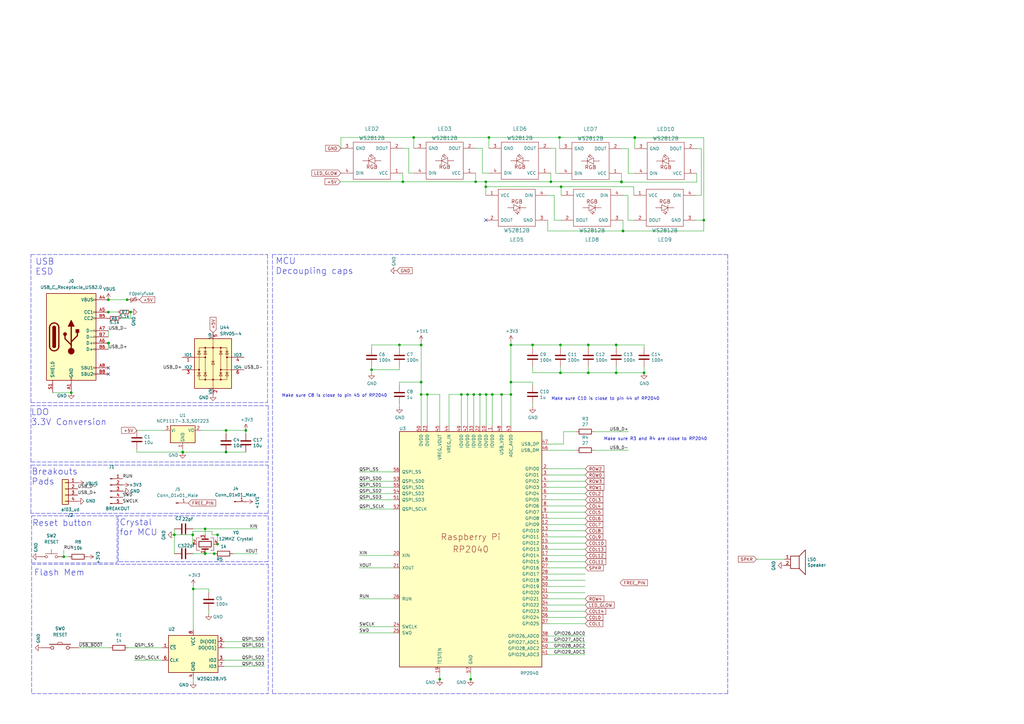
<source format=kicad_sch>
(kicad_sch (version 20211123) (generator eeschema)
  (paper "A3")
  (title_block (title "Rp2040 __template__") (date "2020-12-18") (rev "REV 0.1") (company "scattered_lenity.space"))
  (lib_symbols
    (symbol "Connector:Conn_01x01_Male" (pin_names (offset 1.016) hide)
      (property "Reference" "J" (at 0 2.54 0))
      (property "Value" "Conn_01x01_Male" (at 0 -2.54 0))
      (symbol "Conn_01x01_Male_1_1"
        (pin passive line (at 5.08 0 180) (length 3.81) (name "Pin_1") (number "1"))
      )
    )
    (symbol "Connector:Conn_01x05_Male" (pin_names (offset 1.016) hide)
      (property "Reference" "J" (at 0 7.62 0))
      (property "Value" "Conn_01x05_Male" (at 0 -7.62 0))
      (symbol "Conn_01x05_Male_1_1"
        (pin passive line (at 5.08 5.08 180) (length 3.81) (name "Pin_1") (number "1"))
        (pin passive line (at 5.08 2.54 180) (length 3.81) (name "Pin_2") (number "2"))
        (pin passive line (at 5.08 0 180) (length 3.81) (name "Pin_3") (number "3"))
        (pin passive line (at 5.08 -2.54 180) (length 3.81) (name "Pin_4") (number "4"))
        (pin passive line (at 5.08 -5.08 180) (length 3.81) (name "Pin_5") (number "5"))
      )
    )
    (symbol "Connector:USB_C_Receptacle_USB2.0" (pin_names (offset 1.016))
      (property "Reference" "J" (at -10.16 19.05 0))
      (property "Value" "USB_C_Receptacle_USB2.0" (at 19.05 19.05 0))
      (symbol "USB_C_Receptacle_USB2.0_1_1"
        (pin passive line (at 0 -22.86 90) (length 5.08) (name "GND") (number "A1"))
        (pin passive line (at 0 -22.86 90) (length 5.08) hide (name "GND") (number "A12"))
        (pin passive line (at 15.24 15.24 180) (length 5.08) (name "VBUS") (number "A4"))
        (pin bidirectional line (at 15.24 10.16 180) (length 5.08) (name "CC1") (number "A5"))
        (pin bidirectional line (at 15.24 -2.54 180) (length 5.08) (name "D+") (number "A6"))
        (pin bidirectional line (at 15.24 2.54 180) (length 5.08) (name "D-") (number "A7"))
        (pin bidirectional line (at 15.24 -12.7 180) (length 5.08) (name "SBU1") (number "A8"))
        (pin passive line (at 15.24 15.24 180) (length 5.08) hide (name "VBUS") (number "A9"))
        (pin passive line (at 0 -22.86 90) (length 5.08) hide (name "GND") (number "B1"))
        (pin passive line (at 0 -22.86 90) (length 5.08) hide (name "GND") (number "B12"))
        (pin passive line (at 15.24 15.24 180) (length 5.08) hide (name "VBUS") (number "B4"))
        (pin bidirectional line (at 15.24 7.62 180) (length 5.08) (name "CC2") (number "B5"))
        (pin bidirectional line (at 15.24 -5.08 180) (length 5.08) (name "D+") (number "B6"))
        (pin bidirectional line (at 15.24 0 180) (length 5.08) (name "D-") (number "B7"))
        (pin bidirectional line (at 15.24 -15.24 180) (length 5.08) (name "SBU2") (number "B8"))
        (pin passive line (at 15.24 15.24 180) (length 5.08) hide (name "VBUS") (number "B9"))
        (pin passive line (at -7.62 -22.86 90) (length 5.08) (name "SHIELD") (number "S1"))
      )
    )
    (symbol "Connector_Generic:Conn_01x04" (pin_names hide)
      (property "Reference" "J" (at 0 5.08 0))
      (property "Value" "Conn_01x04" (at 0 -7.62 0))
      (symbol "Conn_01x04_1_1"
        (pin passive line (at -5.08 2.54 0) (length 3.81) (name "Pin_1") (number "1"))
        (pin passive line (at -5.08 0 0) (length 3.81) (name "Pin_2") (number "2"))
        (pin passive line (at -5.08 -2.54 0) (length 3.81) (name "Pin_3") (number "3"))
        (pin passive line (at -5.08 -5.08 0) (length 3.81) (name "Pin_4") (number "4"))
      )
    )
    (symbol "Device:C" (pin_numbers hide) (pin_names (offset 0.254))
      (property "Reference" "C" (at 0.635 2.54 0))
      (property "Value" "C" (at 0.635 -2.54 0))
      (symbol "C_1_1"
        (pin passive line (at 0 3.81 270) (length 2.794) (name "~") (number "1"))
        (pin passive line (at 0 -3.81 90) (length 2.794) (name "~") (number "2"))
      )
    )
    (symbol "Device:Crystal_GND24" (pin_names (offset 1.016) hide)
      (property "Reference" "Y" (at 3.175 5.08 0))
      (property "Value" "Crystal_GND24" (at 3.175 3.175 0))
      (symbol "Crystal_GND24_1_1"
        (pin passive line (at -3.81 0 0) (length 1.27) (name "1") (number "1"))
        (pin passive line (at 0 5.08 270) (length 1.27) (name "2") (number "2"))
        (pin passive line (at 3.81 0 180) (length 1.27) (name "3") (number "3"))
        (pin passive line (at 0 -5.08 90) (length 1.27) (name "4") (number "4"))
      )
    )
    (symbol "Device:Polyfuse_Small" (pin_numbers hide) (pin_names (offset 0))
      (property "Reference" "F" (at -1.905 0 90))
      (property "Value" "Polyfuse_Small" (at 1.905 0 90))
      (symbol "Polyfuse_Small_1_1"
        (pin passive line (at 0 2.54 270) (length 0.635) (name "~") (number "1"))
        (pin passive line (at 0 -2.54 90) (length 0.635) (name "~") (number "2"))
      )
    )
    (symbol "Device:R" (pin_numbers hide) (pin_names (offset 0))
      (property "Reference" "R" (at 2.032 0 90))
      (property "Value" "R" (at 0 0 90))
      (symbol "R_1_1"
        (pin passive line (at 0 3.81 270) (length 1.27) (name "~") (number "1"))
        (pin passive line (at 0 -3.81 90) (length 1.27) (name "~") (number "2"))
      )
    )
    (symbol "Device:R_Small" (pin_numbers hide) (pin_names (offset 0.254) hide)
      (property "Reference" "R" (at 0.762 0.508 0))
      (property "Value" "R_Small" (at 0.762 -1.016 0))
      (symbol "R_Small_1_1"
        (pin passive line (at 0 2.54 270) (length 0.762) (name "~") (number "1"))
        (pin passive line (at 0 -2.54 90) (length 0.762) (name "~") (number "2"))
      )
    )
    (symbol "Device:Speaker" (pin_names (offset 0) hide)
      (property "Reference" "LS" (at 1.27 5.715 0))
      (property "Value" "Speaker" (at 1.27 3.81 0))
      (symbol "Speaker_1_1"
        (pin input line (at -5.08 0 0) (length 2.54) (name "1") (number "1"))
        (pin input line (at -5.08 -2.54 0) (length 2.54) (name "2") (number "2"))
      )
    )
    (symbol "MCU_RaspberryPi_RP2040:RP2040" (pin_names (offset 1.016))
      (property "Reference" "U" (at -29.21 49.53 0))
      (property "Value" "RP2040" (at 24.13 -49.53 0))
      (symbol "RP2040_0_0"
        (text "Raspberry Pi" (at 0 5.08 0) (effects (font (size 2.54 2.54))))
        (text "RP2040" (at 0 0 0) (effects (font (size 2.54 2.54))))
      )
      (symbol "RP2040_1_1"
        (pin power_in line (at 8.89 50.8 270) (length 2.54) (name "IOVDD") (number "1"))
        (pin power_in line (at 6.35 50.8 270) (length 2.54) (name "IOVDD") (number "10"))
        (pin bidirectional line (at 31.75 12.7 180) (length 2.54) (name "GPIO8") (number "11"))
        (pin bidirectional line (at 31.75 10.16 180) (length 2.54) (name "GPIO9") (number "12"))
        (pin bidirectional line (at 31.75 7.62 180) (length 2.54) (name "GPIO10") (number "13"))
        (pin bidirectional line (at 31.75 5.08 180) (length 2.54) (name "GPIO11") (number "14"))
        (pin bidirectional line (at 31.75 2.54 180) (length 2.54) (name "GPIO12") (number "15"))
        (pin bidirectional line (at 31.75 0 180) (length 2.54) (name "GPIO13") (number "16"))
        (pin bidirectional line (at 31.75 -2.54 180) (length 2.54) (name "GPIO14") (number "17"))
        (pin bidirectional line (at 31.75 -5.08 180) (length 2.54) (name "GPIO15") (number "18"))
        (pin passive line (at -12.7 -50.8 90) (length 2.54) (name "TESTEN") (number "19"))
        (pin bidirectional line (at 31.75 33.02 180) (length 2.54) (name "GPIO0") (number "2"))
        (pin input line (at -31.75 -2.54 0) (length 2.54) (name "XIN") (number "20"))
        (pin passive line (at -31.75 -7.62 0) (length 2.54) (name "XOUT") (number "21"))
        (pin power_in line (at 3.81 50.8 270) (length 2.54) (name "IOVDD") (number "22"))
        (pin power_in line (at -17.78 50.8 270) (length 2.54) (name "DVDD") (number "23"))
        (pin output line (at -31.75 -31.75 0) (length 2.54) (name "SWCLK") (number "24"))
        (pin bidirectional line (at -31.75 -34.29 0) (length 2.54) (name "SWD") (number "25"))
        (pin input line (at -31.75 -20.32 0) (length 2.54) (name "RUN") (number "26"))
        (pin bidirectional line (at 31.75 -7.62 180) (length 2.54) (name "GPIO16") (number "27"))
        (pin bidirectional line (at 31.75 -10.16 180) (length 2.54) (name "GPIO17") (number "28"))
        (pin bidirectional line (at 31.75 -12.7 180) (length 2.54) (name "GPIO18") (number "29"))
        (pin bidirectional line (at 31.75 30.48 180) (length 2.54) (name "GPIO1") (number "3"))
        (pin bidirectional line (at 31.75 -15.24 180) (length 2.54) (name "GPIO19") (number "30"))
        (pin bidirectional line (at 31.75 -17.78 180) (length 2.54) (name "GPIO20") (number "31"))
        (pin bidirectional line (at 31.75 -20.32 180) (length 2.54) (name "GPIO21") (number "32"))
        (pin power_in line (at 1.27 50.8 270) (length 2.54) (name "IOVDD") (number "33"))
        (pin bidirectional line (at 31.75 -22.86 180) (length 2.54) (name "GPIO22") (number "34"))
        (pin bidirectional line (at 31.75 -25.4 180) (length 2.54) (name "GPIO23") (number "35"))
        (pin bidirectional line (at 31.75 -27.94 180) (length 2.54) (name "GPIO24") (number "36"))
        (pin bidirectional line (at 31.75 -30.48 180) (length 2.54) (name "GPIO25") (number "37"))
        (pin bidirectional line (at 31.75 -35.56 180) (length 2.54) (name "GPIO26_ADC0") (number "38"))
        (pin bidirectional line (at 31.75 -38.1 180) (length 2.54) (name "GPIO27_ADC1") (number "39"))
        (pin bidirectional line (at 31.75 27.94 180) (length 2.54) (name "GPIO2") (number "4"))
        (pin bidirectional line (at 31.75 -40.64 180) (length 2.54) (name "GPIO28_ADC2") (number "40"))
        (pin bidirectional line (at 31.75 -43.18 180) (length 2.54) (name "GPIO29_ADC3") (number "41"))
        (pin power_in line (at -1.27 50.8 270) (length 2.54) (name "IOVDD") (number "42"))
        (pin power_in line (at 16.51 50.8 270) (length 2.54) (name "ADC_AVDD") (number "43"))
        (pin power_in line (at -8.89 50.8 270) (length 2.54) (name "VREG_IN") (number "44"))
        (pin power_out line (at -12.7 50.8 270) (length 2.54) (name "VREG_VOUT") (number "45"))
        (pin bidirectional line (at 31.75 40.64 180) (length 2.54) (name "USB_DM") (number "46"))
        (pin bidirectional line (at 31.75 43.18 180) (length 2.54) (name "USB_DP") (number "47"))
        (pin power_in line (at 12.7 50.8 270) (length 2.54) (name "USB_VDD") (number "48"))
        (pin power_in line (at -3.81 50.8 270) (length 2.54) (name "IOVDD") (number "49"))
        (pin bidirectional line (at 31.75 25.4 180) (length 2.54) (name "GPIO3") (number "5"))
        (pin power_in line (at -20.32 50.8 270) (length 2.54) (name "DVDD") (number "50"))
        (pin bidirectional line (at -31.75 20.32 0) (length 2.54) (name "QSPI_SD3") (number "51"))
        (pin output line (at -31.75 16.51 0) (length 2.54) (name "QSPI_SCLK") (number "52"))
        (pin bidirectional line (at -31.75 27.94 0) (length 2.54) (name "QSPI_SD0") (number "53"))
        (pin bidirectional line (at -31.75 22.86 0) (length 2.54) (name "QSPI_SD2") (number "54"))
        (pin bidirectional line (at -31.75 25.4 0) (length 2.54) (name "QSPI_SD1") (number "55"))
        (pin bidirectional line (at -31.75 31.75 0) (length 2.54) (name "QSPI_SS") (number "56"))
        (pin power_in line (at 0 -50.8 90) (length 2.54) (name "GND") (number "57"))
        (pin bidirectional line (at 31.75 22.86 180) (length 2.54) (name "GPIO4") (number "6"))
        (pin bidirectional line (at 31.75 20.32 180) (length 2.54) (name "GPIO5") (number "7"))
        (pin bidirectional line (at 31.75 17.78 180) (length 2.54) (name "GPIO6") (number "8"))
        (pin bidirectional line (at 31.75 15.24 180) (length 2.54) (name "GPIO7") (number "9"))
      )
    )
    (symbol "Memory_Flash:W25Q128JVS"
      (property "Reference" "U" (at -8.89 8.89 0))
      (property "Value" "W25Q128JVS" (at 7.62 8.89 0))
      (symbol "W25Q128JVS_1_1"
        (pin input line (at -12.7 2.54 0) (length 2.54) (name "~{CS}") (number "1"))
        (pin bidirectional line (at 12.7 2.54 180) (length 2.54) (name "DO(IO1)") (number "2"))
        (pin bidirectional line (at 12.7 -2.54 180) (length 2.54) (name "IO2") (number "3"))
        (pin power_in line (at 0 -10.16 90) (length 2.54) (name "GND") (number "4"))
        (pin bidirectional line (at 12.7 5.08 180) (length 2.54) (name "DI(IO0)") (number "5"))
        (pin input line (at -12.7 -2.54 0) (length 2.54) (name "CLK") (number "6"))
        (pin bidirectional line (at 12.7 -5.08 180) (length 2.54) (name "IO3") (number "7"))
        (pin power_in line (at 0 10.16 270) (length 2.54) (name "VCC") (number "8"))
      )
    )
    (symbol "Power:GND" (power) (pin_names (offset 0))
      (property "Value" "GND" (at 0 -3.81 0))
      (symbol "GND_1_1"
        (pin power_in line (at 0 0 270) (length 0) hide (name "GND") (number "1"))
      )
    )
    (symbol "Power:VBUS" (power) (pin_names (offset 0))
      (property "Value" "VBUS" (at 0 3.81 0))
      (symbol "VBUS_1_1"
        (pin power_in line (at 0 0 90) (length 0) hide (name "VBUS") (number "1"))
      )
    )
    (symbol "Power_Protection:SRV05-4" (pin_names (offset 0))
      (property "Reference" "U" (at -5.08 11.43 0))
      (property "Value" "SRV05-4" (at 2.54 11.43 0))
      (symbol "SRV05-4_1_1"
        (pin passive line (at -12.7 2.54 0) (length 5.08) (name "IO1") (number "1"))
        (pin passive line (at 0 -12.7 90) (length 2.54) (name "VN") (number "2"))
        (pin passive line (at -12.7 -2.54 0) (length 5.08) (name "IO2") (number "3"))
        (pin passive line (at 12.7 2.54 180) (length 5.08) (name "IO3") (number "4"))
        (pin passive line (at 0 12.7 270) (length 2.54) (name "VP") (number "5"))
        (pin passive line (at 12.7 -2.54 180) (length 5.08) (name "IO4") (number "6"))
      )
    )
    (symbol "Regulator_Linear:NCP1117-3.3_SOT223" (pin_names (offset 0.254))
      (property "Reference" "U" (at -3.81 3.175 0))
      (property "Value" "NCP1117-3.3_SOT223" (at 0 3.175 0))
      (symbol "NCP1117-3.3_SOT223_1_1"
        (pin power_in line (at 0 -7.62 90) (length 2.54) (name "GND") (number "1"))
        (pin power_out line (at 7.62 0 180) (length 2.54) (name "VO") (number "2"))
        (pin power_in line (at -7.62 0 0) (length 2.54) (name "VI") (number "3"))
      )
    )
    (symbol "Switch:SW_Push" (pin_numbers hide) (pin_names (offset 1.016) hide)
      (property "Reference" "SW" (at 1.27 2.54 0))
      (property "Value" "SW_Push" (at 0 -1.524 0))
      (symbol "SW_Push_0_1"
        (pin passive line (at -5.08 0 0) (length 2.54) (name "1") (number "1"))
        (pin passive line (at 5.08 0 180) (length 2.54) (name "2") (number "2"))
      )
    )
    (symbol "cipulot_parts:SW_PUSH" (pin_numbers hide) (pin_names (offset 1.016) hide)
      (property "Reference" "SW" (at 3.81 2.794 0))
      (property "Value" "SW_PUSH" (at 0 -2.032 0))
      (symbol "SW_PUSH_0_1"
        (pin passive inverted (at -7.62 0 0) (length 5.08) (name "1") (number "1"))
        (pin passive inverted (at 7.62 0 180) (length 5.08) (name "2") (number "2"))
      )
    )
    (symbol "cipulot_parts:WS2812B" (pin_names (offset 1.016))
      (property "Reference" "LED" (at 0 -10.16 0))
      (property "Value" "WS2812B" (at 0 10.16 0))
      (symbol "WS2812B_0_0"
        (text "RGB" (at 0 2.54 0) (effects (font (size 1.524 1.524))))
      )
      (symbol "WS2812B_1_1"
        (pin power_in line (at -12.7 5.08 0) (length 5.0038) (name "VCC") (number "1"))
        (pin output line (at -12.7 -5.08 0) (length 5.0038) (name "DOUT") (number "2"))
        (pin power_in line (at 12.7 -5.08 180) (length 5.0038) (name "GND") (number "3"))
        (pin input line (at 12.7 5.08 180) (length 5.0038) (name "DIN") (number "4"))
      )
    )
    (symbol "power:+1V1" (power) (pin_names (offset 0))
      (property "Value" "+1V1" (at 0 3.556 0))
      (symbol "+1V1_1_1"
        (pin power_in line (at 0 0 90) (length 0) hide (name "+1V1") (number "1"))
      )
    )
    (symbol "power:+3V3" (power) (pin_names (offset 0))
      (property "Value" "+3V3" (at 0 3.556 0))
      (symbol "+3V3_1_1"
        (pin power_in line (at 0 0 90) (length 0) hide (name "+3V3") (number "1"))
      )
    )
    (symbol "power:GND" (power) (pin_names (offset 0))
      (property "Value" "GND" (at 0 -3.81 0))
      (symbol "GND_1_1"
        (pin power_in line (at 0 0 270) (length 0) hide (name "GND") (number "1"))
      )
    )
    (symbol "power:VBUS" (power) (pin_names (offset 0))
      (property "Value" "VBUS" (at 0 3.81 0))
      (symbol "VBUS_1_1"
        (pin power_in line (at 0 0 90) (length 0) hide (name "VBUS") (number "1"))
      )
    )
  )
  (junction (at 209.55 156.718))
  (junction (at 44.45 122.936))
  (junction (at 241.3 152.908))
  (junction (at 189.23 161.798))
  (junction (at 200.533 56.388))
  (junction (at 191.77 161.798))
  (junction (at 44.45 140.716))
  (junction (at 92.71 185.42))
  (junction (at 29.21 161.036))
  (junction (at 100.838 176.53))
  (junction (at 288.671 90.297))
  (junction (at 199.263 76.581))
  (junction (at 79.248 241.554))
  (junction (at 194.31 161.798))
  (junction (at 71.5264 219.3544))
  (junction (at 84.1248 216.916))
  (junction (at 84.1248 226.9744))
  (junction (at 53.5432 127.9652))
  (junction (at 44.45 128.016))
  (junction (at 205.74 161.798))
  (junction (at 260.35 56.515))
  (junction (at 89.2048 223.1644))
  (junction (at 79.0448 219.3544))
  (junction (at 241.3 141.478))
  (junction (at 196.85 161.798))
  (junction (at 172.72 141.478))
  (junction (at 229.489 56.388))
  (junction (at 254.889 74.549))
  (junction (at 172.72 161.798))
  (junction (at 255.524 94.742))
  (junction (at 163.83 141.478))
  (junction (at 165.227 74.549))
  (junction (at 230.124 76.581))
  (junction (at 252.73 141.478))
  (junction (at 74.93 185.42))
  (junction (at 152.4 151.638))
  (junction (at 264.16 152.908))
  (junction (at 180.34 278.6126))
  (junction (at 193.04 278.6126))
  (junction (at 175.26 161.798))
  (junction (at 26.162 228.346))
  (junction (at 201.93 161.798))
  (junction (at 169.672 56.388))
  (junction (at 209.55 161.798))
  (junction (at 172.72 156.718))
  (junction (at 89.2302 219.3544))
  (junction (at 52.1462 122.9106))
  (junction (at 199.263 74.549))
  (junction (at 209.55 141.478))
  (junction (at 195.072 74.549))
  (junction (at 74.93 185.5216))
  (junction (at 44.5262 140.6906))
  (junction (at 84.1248 227.076))
  (junction (at 87.884 227.076))
  (junction (at 252.73 152.908))
  (junction (at 92.71 176.53))
  (junction (at 218.44 141.478))
  (junction (at 229.87 152.908))
  (junction (at 199.39 161.798))
  (junction (at 254.889 74.676))
  (junction (at 225.933 74.549))
  (junction (at 260.35 56.388))
  (junction (at 229.87 141.478))
  (no_connect (at 44.45 153.416))
  (no_connect (at 199.263 90.297))
  (no_connect (at 44.45 150.876))
  (wire (pts (xy 161.29 257.048) (xy 147.32 257.048)))
  (wire (pts (xy 79.1464 227.076) (xy 84.1248 227.076)))
  (wire (pts (xy 147.32 202.438) (xy 161.29 202.438)))
  (wire (pts (xy 224.79 220.218) (xy 240.03 220.218)))
  (wire (pts (xy 224.79 199.898) (xy 240.03 199.898)))
  (wire (pts (xy 201.93 161.798) (xy 205.74 161.798)))
  (wire (pts (xy 287.655 80.137) (xy 287.655 60.96)))
  (wire (pts (xy 52.1462 122.936) (xy 52.1462 122.9106)))
  (wire (pts (xy 229.87 142.748) (xy 229.87 141.478)))
  (polyline (pts (xy 12.7 189.484) (xy 12.7 166.37)))
  (wire (pts (xy 85.598 241.554) (xy 79.248 241.554)))
  (wire (pts (xy 224.79 194.818) (xy 240.03 194.818)))
  (wire (pts (xy 82.55 176.53) (xy 92.71 176.53)))
  (wire (pts (xy 180.34 161.798) (xy 175.26 161.798)))
  (wire (pts (xy 147.32 197.358) (xy 161.29 197.358)))
  (wire (pts (xy 91.948 270.764) (xy 108.458 270.764)))
  (wire (pts (xy 147.32 199.898) (xy 161.29 199.898)))
  (wire (pts (xy 44.45 122.936) (xy 52.1462 122.936)))
  (polyline (pts (xy 12.7 210.566) (xy 12.7 190.754)))
  (wire (pts (xy 225.933 74.549) (xy 254.889 74.549)))
  (wire (pts (xy 224.663 94.742) (xy 255.524 94.742)))
  (wire (pts (xy 79.248 240.284) (xy 79.248 241.554)))
  (wire (pts (xy 199.39 174.498) (xy 199.39 161.798)))
  (wire (pts (xy 74.93 185.42) (xy 74.93 185.5216)))
  (wire (pts (xy 257.556 90.297) (xy 257.556 80.137)))
  (wire (pts (xy 196.85 161.798) (xy 199.39 161.798)))
  (wire (pts (xy 86.9442 217.932) (xy 79.0448 217.932)))
  (wire (pts (xy 163.83 157.988) (xy 163.83 156.718)))
  (polyline (pts (xy 111.76 104.394) (xy 111.76 284.48)))
  (polyline (pts (xy 48.514 230.378) (xy 48.514 211.582)))
  (polyline (pts (xy 12.954 230.886) (xy 48.006 230.886)))
  (wire (pts (xy 53.5686 127.9652) (xy 53.5432 127.9652)))
  (wire (pts (xy 172.72 140.208) (xy 172.72 141.478)))
  (wire (pts (xy 180.34 276.098) (xy 180.34 278.6126)))
  (wire (pts (xy 230.124 80.137) (xy 230.124 76.581)))
  (wire (pts (xy 224.79 222.758) (xy 240.03 222.758)))
  (wire (pts (xy 165.227 60.833) (xy 167.64 60.833)))
  (wire (pts (xy 288.671 90.297) (xy 288.671 94.742)))
  (wire (pts (xy 288.671 94.742) (xy 255.524 94.742)))
  (wire (pts (xy 200.533 56.388) (xy 169.672 56.388)))
  (wire (pts (xy 218.44 150.368) (xy 218.44 152.908)))
  (wire (pts (xy 100.838 177.8) (xy 100.838 176.53)))
  (polyline (pts (xy 12.954 283.972) (xy 12.954 231.394)))
  (wire (pts (xy 224.79 260.858) (xy 240.03 260.858)))
  (wire (pts (xy 227.33 80.137) (xy 227.33 90.297)))
  (wire (pts (xy 71.5264 216.916) (xy 71.5264 219.3544)))
  (wire (pts (xy 175.26 174.498) (xy 175.26 161.798)))
  (wire (pts (xy 229.489 56.388) (xy 260.35 56.388)))
  (wire (pts (xy 26.162 228.346) (xy 28.194 228.346)))
  (wire (pts (xy 224.79 268.478) (xy 240.03 268.478)))
  (wire (pts (xy 224.79 212.598) (xy 240.03 212.598)))
  (wire (pts (xy 44.45 127.9652) (xy 44.45 128.016)))
  (wire (pts (xy 209.55 156.718) (xy 218.44 156.718)))
  (wire (pts (xy 257.556 80.137) (xy 255.524 80.137)))
  (wire (pts (xy 89.2048 223.1644) (xy 89.2302 223.1644)))
  (wire (pts (xy 260.35 56.388) (xy 260.35 56.515)))
  (polyline (pts (xy 12.7 165.1) (xy 12.7 104.394)))
  (wire (pts (xy 44.958 265.684) (xy 32.258 265.684)))
  (wire (pts (xy 209.55 140.208) (xy 209.55 141.478)))
  (wire (pts (xy 199.263 76.581) (xy 230.124 76.581)))
  (wire (pts (xy 264.16 150.368) (xy 264.16 152.908)))
  (wire (pts (xy 255.524 90.297) (xy 255.524 94.742)))
  (wire (pts (xy 285.369 90.297) (xy 288.671 90.297)))
  (wire (pts (xy 44.45 140.716) (xy 44.45 143.256)))
  (wire (pts (xy 139.827 56.388) (xy 169.672 56.388)))
  (wire (pts (xy 193.04 276.098) (xy 193.04 278.6126)))
  (wire (pts (xy 224.79 182.118) (xy 231.14 182.118)))
  (polyline (pts (xy 109.982 231.394) (xy 109.982 284.48)))
  (wire (pts (xy 224.79 207.518) (xy 240.03 207.518)))
  (wire (pts (xy 229.489 60.96) (xy 229.489 56.388)))
  (wire (pts (xy 167.64 60.833) (xy 167.64 70.993)))
  (wire (pts (xy 218.44 141.478) (xy 229.87 141.478)))
  (wire (pts (xy 199.263 74.549) (xy 199.263 76.581)))
  (wire (pts (xy 224.79 243.078) (xy 240.03 243.078)))
  (wire (pts (xy 89.2302 219.3544) (xy 86.9442 219.3544)))
  (wire (pts (xy 224.79 210.058) (xy 240.03 210.058)))
  (wire (pts (xy 224.79 263.398) (xy 240.03 263.398)))
  (wire (pts (xy 56.134 185.42) (xy 74.93 185.42)))
  (polyline (pts (xy 12.954 284.48) (xy 109.982 284.48)))
  (wire (pts (xy 254.889 60.96) (xy 257.683 60.96)))
  (wire (pts (xy 56.134 176.53) (xy 67.31 176.53)))
  (wire (pts (xy 26.162 225.552) (xy 26.162 228.346)))
  (wire (pts (xy 91.948 265.684) (xy 108.458 265.684)))
  (wire (pts (xy 259.969 76.581) (xy 259.969 80.137)))
  (wire (pts (xy 224.79 184.658) (xy 236.22 184.658)))
  (wire (pts (xy 224.79 265.938) (xy 240.03 265.938)))
  (wire (pts (xy 209.55 161.798) (xy 209.55 174.498)))
  (polyline (pts (xy 109.982 211.582) (xy 109.982 230.378)))
  (wire (pts (xy 87.884 226.9744) (xy 87.884 227.076)))
  (wire (pts (xy 195.072 60.833) (xy 197.866 60.833)))
  (wire (pts (xy 86.9442 219.3544) (xy 86.9442 217.932)))
  (polyline (pts (xy 12.7 166.37) (xy 109.982 166.37)))
  (wire (pts (xy 79.0448 223.1644) (xy 79.0448 219.3544)))
  (wire (pts (xy 85.598 250.444) (xy 85.598 251.714)))
  (wire (pts (xy 84.1248 216.916) (xy 105.664 216.916)))
  (wire (pts (xy 49.53 130.556) (xy 53.5686 130.556)))
  (wire (pts (xy 195.072 74.549) (xy 165.227 74.549)))
  (wire (pts (xy 180.34 174.498) (xy 180.34 161.798)))
  (wire (pts (xy 264.16 142.748) (xy 264.16 141.478)))
  (wire (pts (xy 224.79 232.918) (xy 240.03 232.918)))
  (wire (pts (xy 229.87 150.368) (xy 229.87 152.908)))
  (wire (pts (xy 79.248 241.554) (xy 79.248 258.064)))
  (wire (pts (xy 169.672 60.833) (xy 169.672 56.388)))
  (wire (pts (xy 163.83 141.478) (xy 172.72 141.478)))
  (wire (pts (xy 152.4 141.478) (xy 163.83 141.478)))
  (wire (pts (xy 241.3 152.908) (xy 229.87 152.908)))
  (wire (pts (xy 224.79 240.538) (xy 240.03 240.538)))
  (polyline (pts (xy 109.728 104.394) (xy 109.728 165.1)))
  (polyline (pts (xy 12.7 165.1) (xy 109.728 165.1)))
  (wire (pts (xy 310.261 229.362) (xy 321.691 229.362)))
  (wire (pts (xy 229.87 141.478) (xy 241.3 141.478)))
  (wire (pts (xy 254.889 74.549) (xy 254.889 74.676)))
  (wire (pts (xy 172.72 161.798) (xy 172.72 174.498)))
  (wire (pts (xy 189.23 174.498) (xy 189.23 161.798)))
  (wire (pts (xy 89.2556 219.3544) (xy 89.2302 219.3544)))
  (wire (pts (xy 224.79 248.158) (xy 240.03 248.158)))
  (wire (pts (xy 201.93 161.798) (xy 201.93 174.498)))
  (wire (pts (xy 85.598 242.824) (xy 85.598 241.554)))
  (polyline (pts (xy 109.982 210.566) (xy 12.7 210.566)))
  (wire (pts (xy 260.35 56.515) (xy 288.671 56.515)))
  (polyline (pts (xy 12.954 230.886) (xy 12.954 211.582)))
  (polyline (pts (xy 12.7 190.754) (xy 109.982 190.754)))
  (wire (pts (xy 161.29 259.588) (xy 147.32 259.588)))
  (wire (pts (xy 74.93 184.15) (xy 74.93 185.42)))
  (wire (pts (xy 191.77 161.798) (xy 194.31 161.798)))
  (wire (pts (xy 193.04 278.6126) (xy 193.04 278.638)))
  (wire (pts (xy 224.79 202.438) (xy 240.03 202.438)))
  (wire (pts (xy 21.59 161.036) (xy 29.21 161.036)))
  (polyline (pts (xy 109.982 230.378) (xy 48.514 230.378)))
  (wire (pts (xy 95.504 227.076) (xy 105.664 227.076)))
  (wire (pts (xy 100.838 176.53) (xy 92.71 176.53)))
  (wire (pts (xy 227.965 60.833) (xy 227.965 71.12)))
  (polyline (pts (xy 12.954 211.582) (xy 48.006 211.582)))
  (wire (pts (xy 224.79 197.358) (xy 240.03 197.358)))
  (wire (pts (xy 225.933 60.833) (xy 227.965 60.833)))
  (wire (pts (xy 55.118 270.764) (xy 66.548 270.764)))
  (wire (pts (xy 218.44 142.748) (xy 218.44 141.478)))
  (wire (pts (xy 224.79 204.978) (xy 240.03 204.978)))
  (wire (pts (xy 197.866 70.993) (xy 197.866 60.833)))
  (polyline (pts (xy 12.954 231.394) (xy 109.982 231.394)))
  (wire (pts (xy 163.83 151.638) (xy 163.83 150.368)))
  (wire (pts (xy 218.44 157.988) (xy 218.44 156.718)))
  (wire (pts (xy 231.14 177.038) (xy 231.14 182.118)))
  (polyline (pts (xy 12.7 104.394) (xy 109.728 104.394)))
  (wire (pts (xy 241.3 150.368) (xy 241.3 152.908)))
  (polyline (pts (xy 109.982 190.754) (xy 109.982 210.566)))
  (wire (pts (xy 224.663 90.297) (xy 224.663 94.742)))
  (wire (pts (xy 74.93 185.42) (xy 92.71 185.42)))
  (wire (pts (xy 44.45 135.636) (xy 44.45 138.176)))
  (polyline (pts (xy 111.76 284.48) (xy 298.45 284.48)))
  (wire (pts (xy 252.73 141.478) (xy 264.16 141.478)))
  (wire (pts (xy 194.31 161.798) (xy 196.85 161.798)))
  (wire (pts (xy 224.79 253.238) (xy 240.03 253.238)))
  (wire (pts (xy 71.5264 219.3544) (xy 79.0448 219.3544)))
  (wire (pts (xy 139.827 60.833) (xy 139.827 56.388)))
  (wire (pts (xy 285.369 80.137) (xy 287.655 80.137)))
  (wire (pts (xy 44.5262 140.6906) (xy 44.45 140.6906)))
  (wire (pts (xy 200.533 70.993) (xy 197.866 70.993)))
  (wire (pts (xy 259.969 90.297) (xy 257.556 90.297)))
  (wire (pts (xy 209.55 156.718) (xy 209.55 161.798)))
  (wire (pts (xy 241.3 141.478) (xy 252.73 141.478)))
  (wire (pts (xy 257.683 71.12) (xy 257.683 60.96)))
  (wire (pts (xy 161.29 232.918) (xy 147.32 232.918)))
  (wire (pts (xy 167.64 70.993) (xy 169.672 70.993)))
  (wire (pts (xy 152.4 151.638) (xy 163.83 151.638)))
  (wire (pts (xy 89.2302 219.3544) (xy 89.2302 223.1644)))
  (wire (pts (xy 92.71 185.42) (xy 100.838 185.42)))
  (wire (pts (xy 52.578 265.684) (xy 66.548 265.684)))
  (wire (pts (xy 252.73 142.748) (xy 252.73 141.478)))
  (wire (pts (xy 84.1248 227.076) (xy 84.1248 226.9744)))
  (wire (pts (xy 260.35 60.96) (xy 260.35 56.515)))
  (wire (pts (xy 241.3 142.748) (xy 241.3 141.478)))
  (wire (pts (xy 225.933 70.993) (xy 225.933 74.549)))
  (wire (pts (xy 254.889 71.12) (xy 254.889 74.549)))
  (wire (pts (xy 224.79 237.998) (xy 240.03 237.998)))
  (wire (pts (xy 285.75 60.96) (xy 287.655 60.96)))
  (wire (pts (xy 264.16 152.908) (xy 252.73 152.908)))
  (polyline (pts (xy 48.006 211.582) (xy 48.006 230.886)))
  (wire (pts (xy 243.84 177.038) (xy 257.81 177.038)))
  (wire (pts (xy 48.4632 127.9652) (xy 44.45 127.9652)))
  (wire (pts (xy 191.77 174.498) (xy 191.77 161.798)))
  (wire (pts (xy 285.75 74.676) (xy 254.889 74.676)))
  (wire (pts (xy 92.71 177.8) (xy 92.71 176.53)))
  (polyline (pts (xy 298.45 284.48) (xy 298.45 104.394)))
  (wire (pts (xy 71.5264 219.3544) (xy 71.5264 227.076)))
  (wire (pts (xy 152.4 142.748) (xy 152.4 141.478)))
  (wire (pts (xy 205.74 174.498) (xy 205.74 161.798)))
  (wire (pts (xy 230.124 90.297) (xy 227.33 90.297)))
  (wire (pts (xy 172.72 156.718) (xy 172.72 161.798)))
  (wire (pts (xy 224.79 255.778) (xy 240.03 255.778)))
  (wire (pts (xy 285.75 71.12) (xy 285.75 74.676)))
  (wire (pts (xy 91.948 273.304) (xy 108.458 273.304)))
  (wire (pts (xy 152.4 150.368) (xy 152.4 151.638)))
  (wire (pts (xy 79.248 278.384) (xy 79.248 279.654)))
  (wire (pts (xy 161.29 245.618) (xy 147.32 245.618)))
  (wire (pts (xy 184.15 174.498) (xy 184.15 161.798)))
  (wire (pts (xy 79.0448 217.932) (xy 79.0448 219.3544)))
  (wire (pts (xy 139.573 74.549) (xy 165.227 74.549)))
  (wire (pts (xy 180.34 278.6126) (xy 180.34 278.638)))
  (wire (pts (xy 224.79 227.838) (xy 240.03 227.838)))
  (wire (pts (xy 224.79 215.138) (xy 240.03 215.138)))
  (wire (pts (xy 288.671 90.297) (xy 288.671 56.515)))
  (wire (pts (xy 200.533 60.833) (xy 200.533 56.388)))
  (wire (pts (xy 230.124 76.581) (xy 259.969 76.581)))
  (wire (pts (xy 224.79 235.458) (xy 240.03 235.458)))
  (wire (pts (xy 196.85 174.498) (xy 196.85 161.798)))
  (wire (pts (xy 194.31 174.498) (xy 194.31 161.798)))
  (polyline (pts (xy 109.982 166.37) (xy 109.982 189.484)))
  (wire (pts (xy 84.1248 226.9744) (xy 87.884 226.9744)))
  (wire (pts (xy 165.227 70.993) (xy 165.227 74.549)))
  (polyline (pts (xy 48.514 211.582) (xy 109.982 211.582)))
  (wire (pts (xy 260.35 71.12) (xy 257.683 71.12)))
  (wire (pts (xy 44.45 140.6906) (xy 44.45 140.716)))
  (wire (pts (xy 209.55 141.478) (xy 209.55 156.718)))
  (wire (pts (xy 184.15 161.798) (xy 189.23 161.798)))
  (polyline (pts (xy 298.45 104.394) (xy 111.76 104.394)))
  (wire (pts (xy 225.933 74.549) (xy 199.263 74.549)))
  (wire (pts (xy 224.79 225.298) (xy 240.03 225.298)))
  (wire (pts (xy 224.79 217.678) (xy 240.03 217.678)))
  (wire (pts (xy 163.83 165.608) (xy 163.83 166.878)))
  (wire (pts (xy 163.83 142.748) (xy 163.83 141.478)))
  (wire (pts (xy 53.5686 130.556) (xy 53.5686 127.9652)))
  (wire (pts (xy 195.072 70.993) (xy 195.072 74.549)))
  (wire (pts (xy 56.134 184.15) (xy 56.134 185.42)))
  (wire (pts (xy 224.663 80.137) (xy 227.33 80.137)))
  (wire (pts (xy 252.73 150.368) (xy 252.73 152.908)))
  (wire (pts (xy 227.965 71.12) (xy 229.489 71.12)))
  (wire (pts (xy 147.32 204.978) (xy 161.29 204.978)))
  (wire (pts (xy 199.263 80.137) (xy 199.263 76.581)))
  (wire (pts (xy 224.79 250.698) (xy 240.03 250.698)))
  (wire (pts (xy 224.79 245.618) (xy 240.03 245.618)))
  (wire (pts (xy 205.74 161.798) (xy 209.55 161.798)))
  (wire (pts (xy 152.4 151.638) (xy 152.4 152.908)))
  (wire (pts (xy 199.263 74.549) (xy 195.072 74.549)))
  (wire (pts (xy 252.73 152.908) (xy 241.3 152.908)))
  (wire (pts (xy 84.1248 216.916) (xy 84.1248 219.3544)))
  (wire (pts (xy 224.79 192.278) (xy 240.03 192.278)))
  (polyline (pts (xy 12.7 189.484) (xy 109.982 189.484)))
  (wire (pts (xy 209.55 141.478) (xy 218.44 141.478)))
  (wire (pts (xy 79.1464 216.916) (xy 84.1248 216.916)))
  (wire (pts (xy 163.83 156.718) (xy 172.72 156.718)))
  (wire (pts (xy 161.29 193.548) (xy 147.32 193.548)))
  (wire (pts (xy 147.32 227.838) (xy 161.29 227.838)))
  (wire (pts (xy 199.39 161.798) (xy 201.93 161.798)))
  (wire (pts (xy 172.72 141.478) (xy 172.72 156.718)))
  (wire (pts (xy 229.87 152.908) (xy 218.44 152.908)))
  (wire (pts (xy 91.948 263.144) (xy 108.458 263.144)))
  (wire (pts (xy 161.29 208.788) (xy 147.32 208.788)))
  (wire (pts (xy 189.23 161.798) (xy 191.77 161.798)))
  (wire (pts (xy 224.79 230.378) (xy 240.03 230.378)))
  (wire (pts (xy 231.14 177.038) (xy 236.22 177.038)))
  (wire (pts (xy 218.44 165.608) (xy 218.44 166.878)))
  (wire (pts (xy 200.533 56.388) (xy 229.489 56.388)))
  (wire (pts (xy 243.84 184.658) (xy 257.81 184.658)))
  (wire (pts (xy 175.26 161.798) (xy 172.72 161.798)))
  (text "USB\nESD" (at 14.478 113.03 0) (effects (font (size 2.54 2.54)) (justify left bottom)))
  (text "Make sure C8 is close to pin 45 of RP2040" (at 115.57 163.068 0) (effects (font (size 1.27 1.27)) (justify left bottom)))
  (text "Breakouts\nPads\n" (at 12.954 199.136 0) (effects (font (size 2.54 2.54)) (justify left bottom)))
  (text "Make sure R3 and R4 are close to RP2040" (at 247.65 180.848 0) (effects (font (size 1.27 1.27)) (justify left bottom)))
  (text "Crystal\nfor MCU" (at 49.022 219.964 0) (effects (font (size 2.54 2.54)) (justify left bottom)))
  (text "Flash Mem " (at 13.97 236.474 0) (effects (font (size 2.54 2.54)) (justify left bottom)))
  (text "MCU\nDecoupling caps " (at 113.03 112.776 0) (effects (font (size 2.54 2.54)) (justify left bottom)))
  (text "Make sure C10 is close to pin 44 of RP2040" (at 226.06 164.338 0) (effects (font (size 1.27 1.27)) (justify left bottom)))
  (text "Reset button\n" (at 13.208 216.154 0) (effects (font (size 2.54 2.54)) (justify left bottom)))
  (text "LDO\n3.3V Conversion\n" (at 12.7 174.752 0) (effects (font (size 2.54 2.54)) (justify left bottom)))
  (label "RUN" (at 50.292 196.342 0))
  (label "QSPI_SD2" (at 108.458 270.764 180))
  (label "XIN" (at 147.32 227.838 0))
  (label "QSPI_SS" (at 55.118 265.684 0))
  (label "RUN" (at 147.32 245.618 0))
  (label "RUN" (at 26.162 225.552 0))
  (label "SWD" (at 50.292 203.962 0))
  (label "USB_D+" (at 44.45 143.256 0))
  (label "USB_D+" (at 74.676 151.638 180))
  (label "~{USB_BOOT}" (at 32.258 265.684 0))
  (label "GPIO27_ADC1" (at 240.03 263.398 180))
  (label "XIN" (at 105.664 216.916 180))
  (label "QSPI_SS" (at 147.32 193.548 0))
  (label "QSPI_SCLK" (at 55.118 270.764 0))
  (label "XOUT" (at 105.664 227.076 180))
  (label "QSPI_SD1" (at 147.32 199.898 0))
  (label "USB_D-" (at 44.45 135.636 0))
  (label "SWD" (at 147.32 259.588 0))
  (label "XOUT" (at 147.32 232.918 0))
  (label "QSPI_SD0" (at 147.32 197.358 0))
  (label "USB_D+" (at 257.81 177.038 180))
  (label "QSPI_SD3" (at 147.32 204.978 0))
  (label "QSPI_SD0" (at 108.458 263.144 180))
  (label "USB_D-" (at 31.8516 200.5076 0))
  (label "GPIO28_ADC2" (at 240.03 265.938 180))
  (label "USB_D-" (at 257.81 184.658 180))
  (label "USB_D+" (at 31.8516 203.0476 0))
  (label "GPIO26_ADC0" (at 240.03 260.858 180))
  (label "USB_D-" (at 100.076 151.638 0))
  (label "QSPI_SD1" (at 108.458 265.684 180))
  (label "QSPI_SD3" (at 108.458 273.304 180))
  (label "QSPI_SCLK" (at 147.32 208.788 0))
  (label "SWCLK" (at 147.32 257.048 0))
  (label "QSPI_SD2" (at 147.32 202.438 0))
  (label "SWCLK" (at 50.292 206.502 0))
  (label "GPIO29_ADC3" (at 240.03 268.478 180))
  (global_label "COL2" (shape input) (at 240.03 202.438 0) (property "Intersheet References" "${INTERSHEET_REFS}" (effects hide)))
  (global_label "COL3" (shape input) (at 240.03 204.978 0) (property "Intersheet References" "${INTERSHEET_REFS}" (effects hide)))
  (global_label "+5V" (shape input) (at 139.573 74.549 180) (property "Intersheet References" "${INTERSHEET_REFS}" (effects hide)))
  (global_label "COL4" (shape input) (at 240.03 207.518 0) (property "Intersheet References" "${INTERSHEET_REFS}" (effects hide)))
  (global_label "COL7" (shape input) (at 240.03 215.138 0) (property "Intersheet References" "${INTERSHEET_REFS}" (effects hide)))
  (global_label "ROW3" (shape input) (at 240.03 197.358 0) (property "Intersheet References" "${INTERSHEET_REFS}" (effects hide)))
  (global_label "SPKR" (shape input) (at 310.261 229.362 180) (property "Intersheet References" "${INTERSHEET_REFS}" (effects hide)))
  (global_label "COL1" (shape input) (at 240.03 255.778 0) (property "Intersheet References" "${INTERSHEET_REFS}" (effects hide)))
  (global_label "COL13" (shape input) (at 240.03 225.298 0) (property "Intersheet References" "${INTERSHEET_REFS}" (effects hide)))
  (global_label "+5V" (shape input) (at 56.134 176.53 180) (property "Intersheet References" "${INTERSHEET_REFS}" (effects hide)))
  (global_label "FREE_PIN" (shape input) (at 254.3048 239.014 0) (property "Intersheet References" "${INTERSHEET_REFS}" (effects hide)))
  (global_label "ROW0" (shape input) (at 240.03 194.818 0) (property "Intersheet References" "${INTERSHEET_REFS}" (effects hide)))
  (global_label "COL6" (shape input) (at 240.03 212.598 0) (property "Intersheet References" "${INTERSHEET_REFS}" (effects hide)))
  (global_label "LED_GLOW" (shape input) (at 139.827 70.993 180) (property "Intersheet References" "${INTERSHEET_REFS}" (effects hide)))
  (global_label "GND" (shape input) (at 139.827 60.833 180) (property "Intersheet References" "${INTERSHEET_REFS}" (effects hide)))
  (global_label "+5V" (shape input) (at 87.376 136.398 90) (property "Intersheet References" "${INTERSHEET_REFS}" (effects hide)))
  (global_label "SPKR" (shape input) (at 240.03 232.918 0) (property "Intersheet References" "${INTERSHEET_REFS}" (effects hide)))
  (global_label "COL5" (shape input) (at 240.03 210.058 0) (property "Intersheet References" "${INTERSHEET_REFS}" (effects hide)))
  (global_label "ROW1" (shape input) (at 240.03 199.898 0) (property "Intersheet References" "${INTERSHEET_REFS}" (effects hide)))
  (global_label "LED_GLOW" (shape input) (at 240.03 248.158 0) (property "Intersheet References" "${INTERSHEET_REFS}" (effects hide)))
  (global_label "GND" (shape input) (at 162.814 110.998 0) (property "Intersheet References" "${INTERSHEET_REFS}" (effects hide)))
  (global_label "+5V" (shape input) (at 57.2262 122.9106 0) (property "Intersheet References" "${INTERSHEET_REFS}" (effects hide)))
  (global_label "COL12" (shape input) (at 240.03 227.838 0) (property "Intersheet References" "${INTERSHEET_REFS}" (effects hide)))
  (global_label "COL8" (shape input) (at 240.03 217.678 0) (property "Intersheet References" "${INTERSHEET_REFS}" (effects hide)))
  (global_label "COL11" (shape input) (at 240.03 230.378 0) (property "Intersheet References" "${INTERSHEET_REFS}" (effects hide)))
  (global_label "FREE_PIN" (shape input) (at 77.2668 206.2988 0) (property "Intersheet References" "${INTERSHEET_REFS}" (effects hide)))
  (global_label "ROW2" (shape input) (at 240.03 192.278 0) (property "Intersheet References" "${INTERSHEET_REFS}" (effects hide)))
  (global_label "COL0" (shape input) (at 240.03 253.238 0) (property "Intersheet References" "${INTERSHEET_REFS}" (effects hide)))
  (global_label "COL14" (shape input) (at 240.03 250.698 0) (property "Intersheet References" "${INTERSHEET_REFS}" (effects hide)))
  (global_label "COL10" (shape input) (at 240.03 222.758 0) (property "Intersheet References" "${INTERSHEET_REFS}" (effects hide)))
  (global_label "ROW4" (shape input) (at 240.03 245.618 0) (property "Intersheet References" "${INTERSHEET_REFS}" (effects hide)))
  (global_label "COL9" (shape input) (at 240.03 220.218 0) (property "Intersheet References" "${INTERSHEET_REFS}" (effects hide)))
  (symbol (lib_id "MCU_RaspberryPi_RP2040:RP2040") (at 193.04 225.298 0) (unit 1)
    (property "Reference" "U3" (at 165.1 175.768 0))
    (property "Value" "RP2040" (at 217.17 276.098 0))
    (property "Footprint" "RP2040:RP2040-QFN-56" (effects hide))
    (property "LCSC" "C2040" (effects hide))
  )
  (symbol (lib_id "Device:C") (at 75.3364 216.916 270) (unit 1)
    (property "Reference" "C2" (at 71.8312 212.6488 90) (effects (justify left)))
    (property "Value" "22pf" (at 74.676 212.9028 90) (effects (justify left)))
    (property "Footprint" "Capacitor_SMD:C_0805_2012Metric" (effects hide))
    (property "LCSC" "C1804" (effects hide))
  )
  (symbol (lib_id "Device:C") (at 75.3364 227.076 270) (unit 1)
    (property "Reference" "C3" (at 72.8218 223.8756 90) (effects (justify left)))
    (property "Value" "22pf" (at 75.3618 223.774 90) (effects (justify left)))
    (property "Footprint" "Capacitor_SMD:C_0805_2012Metric" (effects hide))
    (property "LCSC" "C1804" (effects hide))
  )
  (symbol (lib_id "power:GND") (at 71.5264 219.3544 270) (unit 1)
    (property "Reference" "#PWR06" (effects hide))
    (property "Value" "GND" (at 67.1322 219.4814 0))
  )
  (symbol (lib_id "Memory_Flash:W25Q128JVS") (at 79.248 268.224 0) (unit 1)
    (property "Reference" "U2" (at 70.358 258.064 0))
    (property "Value" "W25Q128JVS" (at 86.868 278.384 0))
    (property "Footprint" "Package_SO:SOIC-8_5.23x5.23mm_P1.27mm" (effects hide))
    (property "Datasheet" "http://www.winbond.com/resource-files/w25q128jv_dtr%20revc%2003272018%20plus.pdf" (effects hide))
    (property "LCSC" "C97521" (effects hide))
  )
  (symbol (lib_id "power:+3V3") (at 79.248 240.284 0) (unit 1)
    (property "Reference" "#PWR07" (effects hide))
    (property "Value" "+3V3" (at 79.629 235.8898 0))
  )
  (symbol (lib_id "power:GND") (at 79.248 279.654 0) (unit 1)
    (property "Reference" "#PWR08" (effects hide))
    (property "Value" "GND" (at 75.438 280.924 0))
  )
  (symbol (lib_id "Device:R") (at 48.768 265.684 270) (unit 1)
    (property "Reference" "R1" (at 48.768 260.4262 90))
    (property "Value" "1k" (at 48.768 262.7376 90))
    (property "Footprint" "Resistor_SMD:R_0805_2012Metric" (effects hide))
    (property "LCSC" "C115316" (effects hide))
  )
  (symbol (lib_id "Device:C") (at 85.598 246.634 0) (unit 1)
    (property "Reference" "C5" (at 88.519 245.4656 0) (effects (justify left)))
    (property "Value" "100n" (at 88.519 247.777 0) (effects (justify left)))
    (property "Footprint" "Capacitor_SMD:C_0805_2012Metric" (effects hide))
    (property "LCSC" "C49678" (effects hide))
  )
  (symbol (lib_id "power:GND") (at 85.598 251.714 0) (unit 1)
    (property "Reference" "#PWR011" (effects hide))
    (property "Value" "GND" (at 89.408 252.984 0))
  )
  (symbol (lib_id "Device:R") (at 240.03 177.038 270) (unit 1)
    (property "Reference" "R3" (at 240.03 171.7802 90))
    (property "Value" "27" (at 240.03 174.0916 90))
    (property "Footprint" "Resistor_SMD:R_0805_2012Metric" (effects hide))
    (property "LCSC" "C104170" (effects hide))
  )
  (symbol (lib_id "Device:R") (at 240.03 184.658 270) (unit 1)
    (property "Reference" "R4" (at 240.03 179.4002 90))
    (property "Value" "27" (at 240.03 181.7116 90))
    (property "Footprint" "Resistor_SMD:R_0805_2012Metric" (effects hide))
    (property "LCSC" "C104170" (effects hide))
  )
  (symbol (lib_id "power:+3V3") (at 209.55 140.208 0) (unit 1)
    (property "Reference" "#PWR017" (effects hide))
    (property "Value" "+3V3" (at 209.931 135.8138 0))
  )
  (symbol (lib_id "power:+1V1") (at 172.72 140.208 0) (unit 1)
    (property "Reference" "#PWR014" (effects hide))
    (property "Value" "+1V1" (at 173.101 135.8138 0))
  )
  (symbol (lib_id "Device:C") (at 218.44 146.558 0) (unit 1)
    (property "Reference" "C9" (at 221.361 145.3896 0) (effects (justify left)))
    (property "Value" "100n" (at 221.361 147.701 0) (effects (justify left)))
    (property "Footprint" "Capacitor_SMD:C_0805_2012Metric" (effects hide))
    (property "LCSC" "C49678" (effects hide))
  )
  (symbol (lib_id "Device:C") (at 229.87 146.558 0) (unit 1)
    (property "Reference" "C11" (at 232.791 145.3896 0) (effects (justify left)))
    (property "Value" "100n" (at 232.791 147.701 0) (effects (justify left)))
    (property "Footprint" "Capacitor_SMD:C_0805_2012Metric" (effects hide))
    (property "LCSC" "C49678" (effects hide))
  )
  (symbol (lib_id "Device:C") (at 241.3 146.558 0) (unit 1)
    (property "Reference" "C12" (at 244.221 145.3896 0) (effects (justify left)))
    (property "Value" "100n" (at 244.221 147.701 0) (effects (justify left)))
    (property "Footprint" "Capacitor_SMD:C_0805_2012Metric" (effects hide))
    (property "LCSC" "C49678" (effects hide))
  )
  (symbol (lib_id "Device:C") (at 252.73 146.558 0) (unit 1)
    (property "Reference" "C13" (at 255.651 145.3896 0) (effects (justify left)))
    (property "Value" "100n" (at 255.651 147.701 0) (effects (justify left)))
    (property "Footprint" "Capacitor_SMD:C_0805_2012Metric" (effects hide))
    (property "LCSC" "C49678" (effects hide))
  )
  (symbol (lib_id "Device:C") (at 264.16 146.558 0) (unit 1)
    (property "Reference" "C14" (at 267.081 145.3896 0) (effects (justify left)))
    (property "Value" "100n" (at 267.081 147.701 0) (effects (justify left)))
    (property "Footprint" "Capacitor_SMD:C_0805_2012Metric" (effects hide))
    (property "LCSC" "C49678" (effects hide))
  )
  (symbol (lib_id "Device:C") (at 152.4 146.558 0) (unit 1)
    (property "Reference" "C6" (at 155.321 145.3896 0) (effects (justify left)))
    (property "Value" "100n" (at 155.321 147.701 0) (effects (justify left)))
    (property "Footprint" "Capacitor_SMD:C_0805_2012Metric" (effects hide))
    (property "LCSC" "C49678" (effects hide))
  )
  (symbol (lib_id "Device:C") (at 163.83 146.558 0) (unit 1)
    (property "Reference" "C7" (at 166.751 145.3896 0) (effects (justify left)))
    (property "Value" "100n" (at 166.751 147.701 0) (effects (justify left)))
    (property "Footprint" "Capacitor_SMD:C_0805_2012Metric" (effects hide))
    (property "LCSC" "C49678" (effects hide))
  )
  (symbol (lib_id "Device:C") (at 163.83 161.798 0) (unit 1)
    (property "Reference" "C8" (at 166.751 160.6296 0) (effects (justify left)))
    (property "Value" "1u" (at 166.751 162.941 0) (effects (justify left)))
    (property "Footprint" "Capacitor_SMD:C_0805_2012Metric" (effects hide))
    (property "LCSC" "C28323" (effects hide))
  )
  (symbol (lib_id "Device:C") (at 218.44 161.798 0) (unit 1)
    (property "Reference" "C10" (at 221.361 160.6296 0) (effects (justify left)))
    (property "Value" "1u" (at 221.361 162.941 0) (effects (justify left)))
    (property "Footprint" "Capacitor_SMD:C_0805_2012Metric" (effects hide))
    (property "LCSC" "C28323" (effects hide))
  )
  (symbol (lib_id "power:GND") (at 264.16 152.908 0) (unit 1)
    (property "Reference" "#PWR023" (effects hide))
    (property "Value" "GND" (at 264.287 157.3022 0))
  )
  (symbol (lib_id "power:GND") (at 152.4 152.908 0) (unit 1)
    (property "Reference" "#PWR012" (effects hide))
    (property "Value" "GND" (at 152.527 157.3022 0))
  )
  (symbol (lib_id "power:GND") (at 163.83 166.878 0) (unit 1)
    (property "Reference" "#PWR013" (effects hide))
    (property "Value" "GND" (at 163.957 171.2722 0))
  )
  (symbol (lib_id "power:GND") (at 218.44 166.878 0) (unit 1)
    (property "Reference" "#PWR018" (effects hide))
    (property "Value" "GND" (at 218.567 171.2722 0))
  )
  (symbol (lib_id "Regulator_Linear:NCP1117-3.3_SOT223") (at 74.93 176.53 0) (unit 1)
    (property "Reference" "U1" (at 74.93 170.3832 0))
    (property "Value" "NCP1117-3.3_SOT223" (at 74.93 172.6946 0))
    (property "Footprint" "Package_TO_SOT_SMD:SOT-223-3_TabPin2" (effects hide))
    (property "Datasheet" "http://www.onsemi.com/pub_link/Collateral/NCP1117-D.PDF" (effects hide))
    (property "LCSC" "C26537" (effects hide))
  )
  (symbol (lib_id "power:VBUS") (at 44.45 122.936 0) (unit 1)
    (property "Reference" "#PWR03" (effects hide))
    (property "Value" "VBUS" (at 44.831 118.5418 0))
  )
  (symbol (lib_id "power:GND") (at 74.93 185.42 0) (unit 1)
    (property "Reference" "#PWR05" (effects hide))
    (property "Value" "GND" (at 71.12 186.69 0))
  )
  (symbol (lib_id "power:+3V3") (at 100.838 176.53 0) (unit 1)
    (property "Reference" "#PWR09" (effects hide))
    (property "Value" "+3V3" (at 101.219 172.1358 0))
  )
  (symbol (lib_id "Device:C") (at 56.134 180.34 0) (unit 1)
    (property "Reference" "C1" (at 59.055 179.1716 0) (effects (justify left)))
    (property "Value" "10u" (at 59.055 181.483 0) (effects (justify left)))
    (property "Footprint" "Capacitor_SMD:C_0805_2012Metric" (effects hide))
    (property "LCSC" "C91245" (effects hide))
  )
  (symbol (lib_id "Device:C") (at 92.71 181.61 0) (unit 1)
    (property "Reference" "C4" (at 95.631 180.4416 0) (effects (justify left)))
    (property "Value" "10u" (at 95.631 182.753 0) (effects (justify left)))
    (property "Footprint" "Capacitor_SMD:C_0805_2012Metric" (effects hide))
    (property "LCSC" "C91245" (effects hide))
  )
  (symbol (lib_id "Device:R") (at 91.694 227.076 270) (unit 1)
    (property "Reference" "R5" (at 90.1192 229.362 90))
    (property "Value" "1k" (at 91.694 224.1296 90))
    (property "Footprint" "Resistor_SMD:R_0805_2012Metric" (effects hide))
    (property "LCSC" "C115316" (effects hide))
  )
  (symbol (lib_id "Device:C") (at 100.838 181.61 0) (unit 1)
    (property "Reference" "C17" (at 103.759 180.4416 0) (effects (justify left)))
    (property "Value" "10u" (at 103.759 182.753 0) (effects (justify left)))
    (property "Footprint" "Capacitor_SMD:C_0805_2012Metric" (effects hide))
    (property "LCSC" "C91245" (effects hide))
  )
  (symbol (lib_id "power:GND") (at 162.814 110.998 270) (unit 1)
    (property "Reference" "#PWR0109" (effects hide))
    (property "Value" "GND" (at 161.544 107.188 0))
  )
  (symbol (lib_id "cipulot_parts:WS2812B") (at 213.233 65.913 180) (unit 1)
    (property "Reference" "LED6" (at 213.233 52.832 0) (effects (font (size 1.524 1.524))))
    (property "Value" "WS2812B" (at 213.233 56.642 0) (effects (font (size 1.524 1.524))))
    (property "Footprint" "kbd:LED_WS2812B-PLCC4" (effects hide))
  )
  (symbol (lib_id "Power:GND") (at 31.8516 205.5876 90) (unit 1)
    (property "Reference" "#PWR0101" (effects hide))
    (property "Value" "GND" (at 35.1028 205.4606 90) (effects (justify right)))
  )
  (symbol (lib_id "Device:R_Small") (at 51.0032 127.9652 90) (unit 1)
    (property "Reference" "R7" (at 51.054 128.0414 90))
    (property "Value" "5.1k" (at 50.9778 129.7432 90))
    (property "Footprint" "Resistor_SMD:R_0805_2012Metric" (effects hide))
    (property "LCSC" "C27834" (effects hide))
  )
  (symbol (lib_id "cipulot_parts:WS2812B") (at 211.963 85.217 0) (unit 1)
    (property "Reference" "LED5" (at 211.963 98.298 0) (effects (font (size 1.524 1.524))))
    (property "Value" "WS2812B" (at 211.963 94.488 0) (effects (font (size 1.524 1.524))))
    (property "Footprint" "kbd:LED_WS2812B-PLCC4" (effects hide))
  )
  (symbol (lib_id "Connector:USB_C_Receptacle_USB2.0") (at 29.21 138.176 0) (unit 1)
    (property "Reference" "J0" (at 29.21 115.2906 0))
    (property "Value" "USB_C_Receptacle_USB2.0" (at 29.21 117.8306 0))
    (property "Footprint" "Connector_USB:USB_C_Receptacle_HRO_TYPE-C-31-M-12" (effects hide))
    (property "Datasheet" "https://www.usb.org/sites/default/files/documents/usb_type-c.zip" (effects hide))
    (property "LCSC" "C165948" (effects hide))
  )
  (symbol (lib_id "cipulot_parts:SW_PUSH") (at 24.638 265.684 0) (unit 1)
    (property "Reference" "SW0" (at 24.638 257.81 0))
    (property "Value" "RESET " (at 24.638 260.35 0))
    (property "Footprint" "Keebio-Parts:SW_SPST_TL3342" (effects hide))
    (property "LCSC" "C2886894" (effects hide))
  )
  (symbol (lib_id "cipulot_parts:WS2812B") (at 242.189 66.04 180) (unit 1)
    (property "Reference" "LED7" (at 242.189 52.959 0) (effects (font (size 1.524 1.524))))
    (property "Value" "WS2812B" (at 242.189 56.769 0) (effects (font (size 1.524 1.524))))
    (property "Footprint" "kbd:LED_WS2812B-PLCC4" (effects hide))
  )
  (symbol (lib_id "Device:Speaker") (at 326.771 229.362 0) (unit 1)
    (property "Reference" "LS0" (at 331.089 229.489 0) (effects (justify left)))
    (property "Value" "Speaker" (at 331.089 231.775 0) (effects (justify left)))
    (property "Footprint" "Keebio-Parts:AST1109MLTRQ" (effects hide))
  )
  (symbol (lib_id "power:GND") (at 50.292 201.422 90) (unit 1)
    (property "Reference" "#PWR0102" (effects hide))
    (property "Value" "GND" (at 55.372 201.422 90))
  )
  (symbol (lib_id "power:GND") (at 87.376 161.798 0) (unit 1)
    (property "Reference" "#PWR0103" (effects hide))
    (property "Value" "GND" (at 83.566 163.068 0))
  )
  (symbol (lib_id "power:+3V3") (at 35.814 228.346 270) (unit 1)
    (property "Reference" "#PWR0111" (effects hide))
    (property "Value" "+3V3" (at 40.2082 228.727 0))
  )
  (symbol (lib_id "power:GND") (at 29.21 161.036 0) (unit 1)
    (property "Reference" "#PWR0101" (effects hide))
    (property "Value" "GND" (at 25.4 162.306 0))
  )
  (symbol (lib_id "power:GND") (at 17.018 265.684 270) (unit 1)
    (property "Reference" "#PWR0104" (effects hide))
    (property "Value" "GND" (at 15.748 261.874 0))
  )
  (symbol (lib_id "Device:Polyfuse_Small") (at 54.6862 122.9106 90) (unit 1)
    (property "Reference" "F0" (at 54.1274 120.5484 90))
    (property "Value" "polyfuse" (at 59.1312 120.3706 90))
    (property "Footprint" "Fuse:Fuse_1206_3216Metric" (effects hide))
    (property "LCSC" "C69688" (effects hide))
  )
  (symbol (lib_id "Connector:Conn_01x05_Male") (at 45.212 201.422 0) (unit 1)
    (property "Reference" "J1" (at 45.847 191.4398 0))
    (property "Value" "BREAKOUT" (at 48.2346 208.6102 0))
    (property "Footprint" "Connector_PinSocket_2.54mm:PinSocket_1x05_P2.54mm_Vertical" (effects hide))
  )
  (symbol (lib_id "power:GND") (at 16.002 228.346 270) (unit 1)
    (property "Reference" "#PWR0110" (effects hide))
    (property "Value" "GND" (at 14.732 224.536 0))
  )
  (symbol (lib_id "Device:R") (at 32.004 228.346 90) (unit 1)
    (property "Reference" "R8" (at 32.004 222.25 90))
    (property "Value" "10k" (at 32.004 224.79 90))
    (property "Footprint" "Resistor_SMD:R_0805_2012Metric" (effects hide))
    (property "LCSC" "C115309" (effects hide))
  )
  (symbol (lib_id "power:GND") (at 180.34 278.6126 0) (unit 1)
    (property "Reference" "#PWR0105" (effects hide))
    (property "Value" "GND" (at 176.53 279.8826 0))
  )
  (symbol (lib_id "power:+3V3") (at 50.292 198.882 270) (unit 1)
    (property "Reference" "#PWR0107" (effects hide))
    (property "Value" "+3V3" (at 55.5244 198.8566 90))
  )
  (symbol (lib_id "cipulot_parts:WS2812B") (at 242.824 85.217 0) (unit 1)
    (property "Reference" "LED8" (at 242.824 98.298 0) (effects (font (size 1.524 1.524))))
    (property "Value" "WS2812B" (at 242.824 94.488 0) (effects (font (size 1.524 1.524))))
    (property "Footprint" "kbd:LED_WS2812B-PLCC4" (effects hide))
  )
  (symbol (lib_id "cipulot_parts:WS2812B") (at 273.05 66.04 180) (unit 1)
    (property "Reference" "LED10" (at 273.05 52.959 0) (effects (font (size 1.524 1.524))))
    (property "Value" "WS2812B" (at 273.05 56.769 0) (effects (font (size 1.524 1.524))))
    (property "Footprint" "kbd:LED_WS2812B-PLCC4" (effects hide))
  )
  (symbol (lib_id "Device:Crystal_GND24") (at 84.1248 223.1644 90) (unit 1)
    (property "Reference" "Y0" (at 96.774 218.4654 90))
    (property "Value" "12MHZ Crystal " (at 96.774 221.0054 90))
    (property "Footprint" "Crystal:Crystal_SMD_3225-4Pin_3.2x2.5mm" (effects hide))
    (property "LCSC" "C9002" (effects hide))
  )
  (symbol (lib_id "cipulot_parts:WS2812B") (at 272.669 85.217 0) (unit 1)
    (property "Reference" "LED9" (at 272.669 98.298 0) (effects (font (size 1.524 1.524))))
    (property "Value" "WS2812B" (at 272.669 94.488 0) (effects (font (size 1.524 1.524))))
    (property "Footprint" "kbd:LED_WS2812B-PLCC4" (effects hide))
  )
  (symbol (lib_id "power:GND") (at 193.04 278.6126 0) (unit 1)
    (property "Reference" "#PWR0106" (effects hide))
    (property "Value" "GND" (at 189.23 279.8826 0))
  )
  (symbol (lib_id "Power:GND") (at 321.691 231.902 270) (unit 1)
    (property "Reference" "#PWR026" (effects hide))
    (property "Value" "GND" (at 317.2968 232.029 0))
  )
  (symbol (lib_id "Connector:Conn_01x01_Male") (at 72.1868 206.2988 0) (unit 1)
    (property "Reference" "J5" (at 72.8218 200.66 0))
    (property "Value" "Conn_01x01_Male" (at 72.8218 203.2 0))
    (property "Footprint" "Connector_PinSocket_1.27mm:PinSocket_1x01_P1.27mm_Vertical" (effects hide))
  )
  (symbol (lib_id "Power:VBUS") (at 31.8516 197.9676 270) (unit 1)
    (property "Reference" "#PWR0102" (effects hide))
    (property "Value" "VBUS" (at 35.1028 198.3486 90) (effects (justify left)))
  )
  (symbol (lib_id "Connector_Generic:Conn_01x04") (at 26.7716 200.5076 0) (mirror y) (unit 1)
    (property "Reference" "J2" (at 28.8544 211.3026 0))
    (property "Value" "ai03_ud" (at 28.8544 208.9912 0))
    (property "Footprint" "Connector_JST:JST_SH_SM04B-SRSS-TB_1x04-1MP_P1.00mm_Horizontal" (effects hide))
  )
  (symbol (lib_id "power:GND") (at 53.5432 127.9652 90) (unit 1)
    (property "Reference" "#PWR0108" (effects hide))
    (property "Value" "GND" (at 54.8132 131.7752 0))
  )
  (symbol (lib_id "cipulot_parts:WS2812B") (at 152.527 65.913 180) (unit 1)
    (property "Reference" "LED2" (at 152.527 52.832 0) (effects (font (size 1.524 1.524))))
    (property "Value" "WS2812B" (at 152.527 56.642 0) (effects (font (size 1.524 1.524))))
    (property "Footprint" "kbd:LED_WS2812B-PLCC4" (effects hide))
  )
  (symbol (lib_id "Device:R_Small") (at 46.99 130.556 90) (unit 1)
    (property "Reference" "R6" (at 46.9138 130.6068 90))
    (property "Value" "5.1k" (at 46.9138 132.207 90))
    (property "Footprint" "Resistor_SMD:R_0805_2012Metric" (effects hide))
    (property "LCSC" "C27834" (effects hide))
  )
  (symbol (lib_id "power:+1V1") (at 101.092 205.74 270) (unit 1)
    (property "Reference" "#PWR0113" (effects hide))
    (property "Value" "+1V1" (at 105.4862 206.121 0))
  )
  (symbol (lib_id "cipulot_parts:WS2812B") (at 182.372 65.913 180) (unit 1)
    (property "Reference" "LED3" (at 182.372 52.832 0) (effects (font (size 1.524 1.524))))
    (property "Value" "WS2812B" (at 182.372 56.642 0) (effects (font (size 1.524 1.524))))
    (property "Footprint" "kbd:LED_WS2812B-PLCC4" (effects hide))
  )
  (symbol (lib_id "Connector:Conn_01x01_Male") (at 96.012 205.74 0) (unit 1)
    (property "Reference" "J4" (at 96.647 200.406 0))
    (property "Value" "Conn_01x01_Male" (at 96.647 202.946 0))
    (property "Footprint" "Connector_PinSocket_1.27mm:PinSocket_1x01_P1.27mm_Vertical" (effects hide))
  )
  (symbol (lib_id "Power_Protection:SRV05-4") (at 87.376 149.098 0) (unit 1)
    (property "Reference" "U44" (at 90.1447 134.3406 0) (effects (justify left)))
    (property "Value" "SRV05-4" (at 90.1447 136.8806 0) (effects (justify left)))
    (property "Footprint" "Package_TO_SOT_SMD:SOT-23-6" (effects hide))
    (property "Datasheet" "http://www.onsemi.com/pub/Collateral/SRV05-4-D.PDF" (effects hide))
    (property "LCSC" "C85364" (effects hide))
  )
  (symbol (lib_id "Switch:SW_Push") (at 21.082 228.346 0) (unit 1)
    (property "Reference" "SW2" (at 21.082 219.71 0))
    (property "Value" "RESET" (at 21.082 222.25 0))
    (property "Footprint" "Keebio-Parts:SW_SPST_TL3342" (effects hide))
    (property "LCSC" "C2886894" (effects hide))
  )
)
</source>
